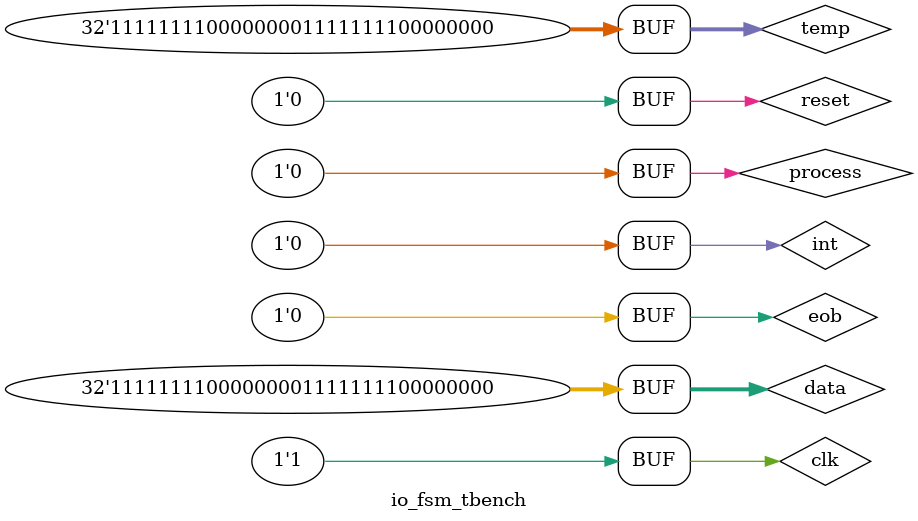
<source format=v>
module io_fsm_tbench();
  reg clk,reset,int,process,eob;
  wire [31:0] data;
  reg [31:0] temp;
  wire [7:0] out1,out2,out3,out4;
  wire next  , ready;
  wire [3:0] start;
  io_fsm d1(clk , reset , int , process , eob , data , out1 , out2 , out3 , out4 , start , ready , next );
  
  assign data = temp;
  
  initial begin
    reset <= 0;
    #100
    reset <= 1;
    #100
    reset <= 0;
    eob <= 0;
    temp <= 32'b00000000111111110000000011111111;
    clk <= 0;
    int <= 1;
    process <= 0 ;
    #100
    eob <= 0;
    clk <= 1;
    int <= 0;
    if(out1 !== 8'b11111111 | out2 !== 8'b00000000 | out3 !== 8'b11111111 | out4 !== 8'b00000000)
      $display("Wrong output data");
   	#100
    clk <= 0;
    #100
    clk <= 1;
    if( start !== 4'b1111)
      $display("decompressor should have started");
    #100
    temp <= 32'b11111111000000001111111100000000;
    clk <= 0;
    #100
    eob <= 1;
    clk <= 1;
    #100
    clk <= 0;
    #100
    eob <= 0;
    clk <= 1;
    #100
    clk <=0;
    #100
    clk <= 1;
    #100
    clk <=0;
    #100
    clk <= 1;
    #100
    if( start !== 4'b1111)
      $display("Start Should be 1111 for second object");
    eob <= 1;
    clk <=0;
    #100
    clk <= 1;
    #100
    eob <= 0;
    clk <=0;
    #100
    clk <= 1;
    #100
    clk <=0;
    #100
    clk <=1;
    #100
    clk <= 0;
    #100
    clk <=1 ;
    #100
    clk <=0 ;
    eob <= 1;
    if( start !== 4'b1101)
      $display("Started wrong decompressors");
    #100
    clk <=1;
    #100
    clk <= 0;
    #100
    eob <= 0;
    clk <=1;
    #100
    clk <=0;
    #100
    clk <= 1;
    #100
    clk <=0;
    #100
    clk <=1 ;
    if( start !== 4'b1001)
      $display("Started wrong decompressors");
  end
endmodule

</source>
